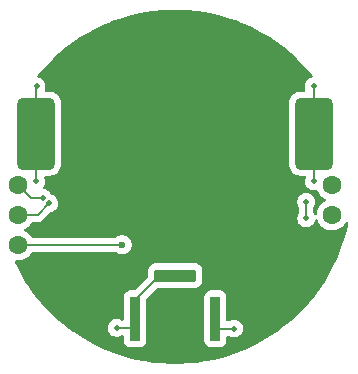
<source format=gbr>
%TF.GenerationSoftware,KiCad,Pcbnew,9.0.2*%
%TF.CreationDate,2025-07-12T02:23:40+02:00*%
%TF.ProjectId,Clock1.2,436c6f63-6b31-42e3-922e-6b696361645f,rev?*%
%TF.SameCoordinates,Original*%
%TF.FileFunction,Copper,L2,Bot*%
%TF.FilePolarity,Positive*%
%FSLAX46Y46*%
G04 Gerber Fmt 4.6, Leading zero omitted, Abs format (unit mm)*
G04 Created by KiCad (PCBNEW 9.0.2) date 2025-07-12 02:23:40*
%MOMM*%
%LPD*%
G01*
G04 APERTURE LIST*
G04 Aperture macros list*
%AMRoundRect*
0 Rectangle with rounded corners*
0 $1 Rounding radius*
0 $2 $3 $4 $5 $6 $7 $8 $9 X,Y pos of 4 corners*
0 Add a 4 corners polygon primitive as box body*
4,1,4,$2,$3,$4,$5,$6,$7,$8,$9,$2,$3,0*
0 Add four circle primitives for the rounded corners*
1,1,$1+$1,$2,$3*
1,1,$1+$1,$4,$5*
1,1,$1+$1,$6,$7*
1,1,$1+$1,$8,$9*
0 Add four rect primitives between the rounded corners*
20,1,$1+$1,$2,$3,$4,$5,0*
20,1,$1+$1,$4,$5,$6,$7,0*
20,1,$1+$1,$6,$7,$8,$9,0*
20,1,$1+$1,$8,$9,$2,$3,0*%
G04 Aperture macros list end*
%TA.AperFunction,ComponentPad*%
%ADD10C,1.600000*%
%TD*%
%TA.AperFunction,SMDPad,CuDef*%
%ADD11C,4.500000*%
%TD*%
%TA.AperFunction,SMDPad,CuDef*%
%ADD12RoundRect,0.135000X0.315000X1.765000X-0.315000X1.765000X-0.315000X-1.765000X0.315000X-1.765000X0*%
%TD*%
%TA.AperFunction,SMDPad,CuDef*%
%ADD13RoundRect,0.165000X1.635000X0.385000X-1.635000X0.385000X-1.635000X-0.385000X1.635000X-0.385000X0*%
%TD*%
%TA.AperFunction,SMDPad,CuDef*%
%ADD14C,2.400000*%
%TD*%
%TA.AperFunction,ComponentPad*%
%ADD15C,1.400000*%
%TD*%
%TA.AperFunction,SMDPad,CuDef*%
%ADD16RoundRect,0.480000X-1.120000X-2.570000X1.120000X-2.570000X1.120000X2.570000X-1.120000X2.570000X0*%
%TD*%
%TA.AperFunction,SMDPad,CuDef*%
%ADD17C,15.000000*%
%TD*%
%TA.AperFunction,ViaPad*%
%ADD18C,0.500000*%
%TD*%
%TA.AperFunction,ViaPad*%
%ADD19C,0.600000*%
%TD*%
%TA.AperFunction,Conductor*%
%ADD20C,0.200000*%
%TD*%
G04 APERTURE END LIST*
D10*
%TO.P,S3,1,In*%
%TO.N,Net-(S3-In)*%
X86700000Y-104930000D03*
%TD*%
D11*
%TO.P,GS4,1,In*%
%TO.N,GND*%
X90975000Y-108100000D03*
%TD*%
D10*
%TO.P,GND,1,1*%
%TO.N,GND*%
X113300000Y-104930000D03*
%TD*%
%TO.P,UPDI,1,1*%
%TO.N,Net-(U1-~{RESET}{slash}PA0)*%
X113300000Y-99850000D03*
%TD*%
D12*
%TO.P,BackupBT1,1,+*%
%TO.N,Net-(BackupBT1-+)*%
X103400000Y-111175000D03*
D13*
X100000000Y-107525000D03*
D12*
X96600000Y-111175000D03*
D14*
%TO.P,BackupBT1,2,-*%
%TO.N,GND*%
X100000000Y-111175000D03*
%TD*%
D11*
%TO.P,GS3,1,In*%
%TO.N,GND*%
X109025000Y-108100000D03*
%TD*%
D10*
%TO.P,S1,1,In*%
%TO.N,Net-(S1-In)*%
X86700000Y-99850000D03*
%TD*%
D15*
%TO.P,GS2,1,In*%
%TO.N,GND*%
X106875000Y-111650000D03*
%TD*%
%TO.P,GS1,1,In*%
%TO.N,GND*%
X93125000Y-111650000D03*
%TD*%
D10*
%TO.P,VCC,1,1*%
%TO.N,VCC*%
X113300000Y-102390000D03*
%TD*%
%TO.P,S2,1,In*%
%TO.N,Net-(S2-In)*%
X86700000Y-102390000D03*
%TD*%
D16*
%TO.P,BT1,1,+*%
%TO.N,VCC*%
X88250000Y-95500000D03*
X111750000Y-95500000D03*
D17*
%TO.P,BT1,2,-*%
%TO.N,GND*%
X100000000Y-95500000D03*
%TD*%
D18*
%TO.N,VCC*%
X111725000Y-91475000D03*
X88250000Y-99550000D03*
X111750000Y-99550000D03*
X88275000Y-91475000D03*
%TO.N,GND*%
X100000000Y-100000000D03*
X104750000Y-88500000D03*
X107650000Y-100100000D03*
X106875000Y-109750000D03*
X109650000Y-100100000D03*
X107650000Y-98650000D03*
X93125000Y-109750000D03*
X100000000Y-112925000D03*
X95250000Y-88500000D03*
X107650000Y-101350000D03*
X92800000Y-99050000D03*
X100000000Y-88000000D03*
%TO.N,Net-(BackupBT1-+)*%
X95050000Y-111950000D03*
X111100000Y-101275000D03*
X105000000Y-112000000D03*
X111100000Y-102675000D03*
%TO.N,Net-(S1-In)*%
X88800000Y-100950000D03*
%TO.N,Net-(S2-In)*%
X89350000Y-101400000D03*
D19*
%TO.N,Net-(S3-In)*%
X95525000Y-104900000D03*
%TD*%
D20*
%TO.N,VCC*%
X111725000Y-95475000D02*
X111750000Y-95500000D01*
X88250000Y-95500000D02*
X88250000Y-91500000D01*
X111725000Y-91450000D02*
X111750000Y-91475000D01*
X111750000Y-99550000D02*
X111750000Y-95500000D01*
X88250000Y-91500000D02*
X88275000Y-91475000D01*
X88250000Y-99550000D02*
X88250000Y-95500000D01*
X111725000Y-91475000D02*
X111725000Y-95475000D01*
%TO.N,GND*%
X109375000Y-101350000D02*
X107650000Y-101350000D01*
X107650000Y-100100000D02*
X107650000Y-101350000D01*
X109650000Y-101075000D02*
X109375000Y-101350000D01*
X109650000Y-100100000D02*
X109650000Y-101075000D01*
%TO.N,Net-(BackupBT1-+)*%
X105000000Y-112000000D02*
X103300000Y-112000000D01*
X96600000Y-111950000D02*
X96700000Y-112050000D01*
X95050000Y-111950000D02*
X96750000Y-111950000D01*
X103400000Y-111900000D02*
X103300000Y-112000000D01*
X98675000Y-107525000D02*
X100000000Y-107525000D01*
X100000000Y-107525000D02*
X100000000Y-107775000D01*
X100000000Y-107525000D02*
X101500000Y-107525000D01*
X103400000Y-111175000D02*
X103400000Y-111900000D01*
X111100000Y-101275000D02*
X111100000Y-102675000D01*
X96600000Y-111175000D02*
X96600000Y-109600000D01*
X96600000Y-109600000D02*
X98675000Y-107525000D01*
X103400000Y-109425000D02*
X103400000Y-111175000D01*
X96600000Y-111175000D02*
X96600000Y-111950000D01*
%TO.N,Net-(S1-In)*%
X87800000Y-100950000D02*
X86700000Y-99850000D01*
X88800000Y-100950000D02*
X87800000Y-100950000D01*
%TO.N,Net-(S2-In)*%
X89350000Y-101400000D02*
X88360000Y-102390000D01*
X88360000Y-102390000D02*
X86700000Y-102390000D01*
%TO.N,Net-(S3-In)*%
X86730000Y-104900000D02*
X86700000Y-104930000D01*
X95525000Y-104900000D02*
X86730000Y-104900000D01*
%TD*%
%TA.AperFunction,Conductor*%
%TO.N,GND*%
G36*
X100371138Y-85005166D02*
G01*
X101100430Y-85040994D01*
X101106432Y-85041437D01*
X101833082Y-85113005D01*
X101839094Y-85113747D01*
X102543288Y-85218204D01*
X102561343Y-85220883D01*
X102567341Y-85221924D01*
X103283428Y-85364363D01*
X103289332Y-85365688D01*
X103997604Y-85543101D01*
X104003467Y-85544723D01*
X104702179Y-85756675D01*
X104707943Y-85758580D01*
X105395376Y-86004548D01*
X105401039Y-86006732D01*
X106075609Y-86286148D01*
X106081152Y-86288604D01*
X106481272Y-86477847D01*
X106741205Y-86600786D01*
X106746641Y-86603523D01*
X107390538Y-86947693D01*
X107395828Y-86950689D01*
X108022108Y-87326067D01*
X108027202Y-87329293D01*
X108634297Y-87734941D01*
X108639273Y-87738445D01*
X109225728Y-88173390D01*
X109230526Y-88177135D01*
X109794914Y-88640316D01*
X109799522Y-88644291D01*
X110340509Y-89134613D01*
X110344917Y-89138810D01*
X110861189Y-89655082D01*
X110865386Y-89659490D01*
X111355708Y-90200477D01*
X111359683Y-90205085D01*
X111635784Y-90541515D01*
X111663097Y-90605825D01*
X111651306Y-90674693D01*
X111604154Y-90726253D01*
X111564123Y-90741797D01*
X111506092Y-90753340D01*
X111506082Y-90753343D01*
X111369511Y-90809912D01*
X111369498Y-90809919D01*
X111246584Y-90892048D01*
X111246580Y-90892051D01*
X111142051Y-90996580D01*
X111142048Y-90996584D01*
X111059919Y-91119498D01*
X111059912Y-91119511D01*
X111003343Y-91256082D01*
X111003340Y-91256092D01*
X110974500Y-91401079D01*
X110974500Y-91401082D01*
X110974500Y-91548918D01*
X110974500Y-91548920D01*
X110974499Y-91548920D01*
X111003340Y-91693907D01*
X111003343Y-91693917D01*
X111038191Y-91778048D01*
X111045660Y-91847517D01*
X111014384Y-91909996D01*
X110954295Y-91945648D01*
X110923630Y-91949500D01*
X110573127Y-91949500D01*
X110573119Y-91949501D01*
X110456131Y-91959900D01*
X110264410Y-92014759D01*
X110264408Y-92014759D01*
X110264408Y-92014760D01*
X110087655Y-92107088D01*
X110087653Y-92107089D01*
X110087652Y-92107090D01*
X109933105Y-92233105D01*
X109807090Y-92387652D01*
X109714759Y-92564410D01*
X109659900Y-92756131D01*
X109649500Y-92873120D01*
X109649500Y-98126872D01*
X109649501Y-98126880D01*
X109659900Y-98243868D01*
X109659900Y-98243871D01*
X109659901Y-98243872D01*
X109714760Y-98435592D01*
X109807088Y-98612345D01*
X109807090Y-98612347D01*
X109933105Y-98766894D01*
X110025140Y-98841938D01*
X110087655Y-98892912D01*
X110264408Y-98985240D01*
X110456128Y-99040099D01*
X110573119Y-99050500D01*
X110958986Y-99050499D01*
X111026024Y-99070183D01*
X111071779Y-99122987D01*
X111081723Y-99192146D01*
X111073547Y-99221951D01*
X111053614Y-99270073D01*
X111028342Y-99331087D01*
X111028341Y-99331090D01*
X111028341Y-99331091D01*
X111028340Y-99331092D01*
X110999500Y-99476079D01*
X110999500Y-99476082D01*
X110999500Y-99623918D01*
X110999500Y-99623920D01*
X110999499Y-99623920D01*
X111028340Y-99768907D01*
X111028343Y-99768917D01*
X111084912Y-99905488D01*
X111084919Y-99905501D01*
X111167048Y-100028415D01*
X111167051Y-100028419D01*
X111271580Y-100132948D01*
X111271584Y-100132951D01*
X111394498Y-100215080D01*
X111394511Y-100215087D01*
X111531082Y-100271656D01*
X111531087Y-100271658D01*
X111531091Y-100271658D01*
X111531092Y-100271659D01*
X111676079Y-100300500D01*
X111676082Y-100300500D01*
X111823920Y-100300500D01*
X111955708Y-100274285D01*
X112025300Y-100280512D01*
X112080477Y-100323375D01*
X112092491Y-100344917D01*
X112092568Y-100344878D01*
X112093613Y-100346930D01*
X112094464Y-100348455D01*
X112094782Y-100349224D01*
X112144723Y-100447238D01*
X112184090Y-100524500D01*
X112187715Y-100531613D01*
X112308028Y-100697213D01*
X112452786Y-100841971D01*
X112607749Y-100954556D01*
X112618390Y-100962287D01*
X112709840Y-101008883D01*
X112711080Y-101009515D01*
X112761876Y-101057490D01*
X112778671Y-101125311D01*
X112756134Y-101191446D01*
X112711080Y-101230485D01*
X112618386Y-101277715D01*
X112452786Y-101398028D01*
X112308028Y-101542786D01*
X112187715Y-101708386D01*
X112094781Y-101890776D01*
X112031522Y-102085465D01*
X111999788Y-102285826D01*
X111969858Y-102348961D01*
X111910547Y-102385892D01*
X111840684Y-102384894D01*
X111782452Y-102346284D01*
X111773370Y-102334040D01*
X111767132Y-102324450D01*
X111765084Y-102319505D01*
X111720992Y-102253515D01*
X111720555Y-102252844D01*
X111710741Y-102220090D01*
X111700520Y-102187444D01*
X111700506Y-102185928D01*
X111700502Y-102185914D01*
X111700506Y-102185899D01*
X111700500Y-102185232D01*
X111700500Y-101764767D01*
X111720185Y-101697728D01*
X111721398Y-101695876D01*
X111765080Y-101630501D01*
X111765080Y-101630500D01*
X111765084Y-101630495D01*
X111821658Y-101493913D01*
X111850500Y-101348918D01*
X111850500Y-101201082D01*
X111850500Y-101201079D01*
X111821659Y-101056092D01*
X111821658Y-101056091D01*
X111821658Y-101056087D01*
X111816858Y-101044498D01*
X111765087Y-100919511D01*
X111765080Y-100919498D01*
X111682951Y-100796584D01*
X111682948Y-100796580D01*
X111578419Y-100692051D01*
X111578415Y-100692048D01*
X111455501Y-100609919D01*
X111455488Y-100609912D01*
X111318917Y-100553343D01*
X111318907Y-100553340D01*
X111173920Y-100524500D01*
X111173918Y-100524500D01*
X111026082Y-100524500D01*
X111026080Y-100524500D01*
X110881092Y-100553340D01*
X110881082Y-100553343D01*
X110744511Y-100609912D01*
X110744498Y-100609919D01*
X110621584Y-100692048D01*
X110621580Y-100692051D01*
X110517051Y-100796580D01*
X110517048Y-100796584D01*
X110434919Y-100919498D01*
X110434912Y-100919511D01*
X110378343Y-101056082D01*
X110378340Y-101056092D01*
X110349500Y-101201079D01*
X110349500Y-101201082D01*
X110349500Y-101348918D01*
X110349500Y-101348920D01*
X110349499Y-101348920D01*
X110378340Y-101493907D01*
X110378343Y-101493917D01*
X110434912Y-101630488D01*
X110434919Y-101630501D01*
X110478602Y-101695876D01*
X110499480Y-101762553D01*
X110499500Y-101764767D01*
X110499500Y-102185232D01*
X110479815Y-102252271D01*
X110478603Y-102254122D01*
X110434914Y-102319508D01*
X110378343Y-102456082D01*
X110378340Y-102456092D01*
X110349500Y-102601079D01*
X110349500Y-102601082D01*
X110349500Y-102748918D01*
X110349500Y-102748920D01*
X110349499Y-102748920D01*
X110378340Y-102893907D01*
X110378343Y-102893917D01*
X110434912Y-103030488D01*
X110434919Y-103030501D01*
X110517048Y-103153415D01*
X110517051Y-103153419D01*
X110621580Y-103257948D01*
X110621584Y-103257951D01*
X110744498Y-103340080D01*
X110744511Y-103340087D01*
X110845617Y-103381966D01*
X110881087Y-103396658D01*
X110881091Y-103396658D01*
X110881092Y-103396659D01*
X111026079Y-103425500D01*
X111026082Y-103425500D01*
X111173920Y-103425500D01*
X111271462Y-103406096D01*
X111318913Y-103396658D01*
X111455495Y-103340084D01*
X111578416Y-103257951D01*
X111682951Y-103153416D01*
X111765084Y-103030495D01*
X111766707Y-103026578D01*
X111783887Y-102985100D01*
X111821658Y-102893913D01*
X111833243Y-102835668D01*
X111865627Y-102773761D01*
X111926343Y-102739187D01*
X111996112Y-102742926D01*
X112052785Y-102783792D01*
X112072791Y-102821544D01*
X112094781Y-102889223D01*
X112136653Y-102971400D01*
X112182269Y-103060926D01*
X112187715Y-103071613D01*
X112308028Y-103237213D01*
X112452786Y-103381971D01*
X112607749Y-103494556D01*
X112618390Y-103502287D01*
X112711080Y-103549515D01*
X112800776Y-103595218D01*
X112800778Y-103595218D01*
X112800781Y-103595220D01*
X112905137Y-103629127D01*
X112995465Y-103658477D01*
X113014697Y-103661523D01*
X113197648Y-103690500D01*
X113197649Y-103690500D01*
X113402351Y-103690500D01*
X113402352Y-103690500D01*
X113604534Y-103658477D01*
X113799219Y-103595220D01*
X113981610Y-103502287D01*
X114126996Y-103396659D01*
X114147213Y-103381971D01*
X114147215Y-103381968D01*
X114147219Y-103381966D01*
X114291966Y-103237219D01*
X114291968Y-103237215D01*
X114291971Y-103237213D01*
X114412284Y-103071614D01*
X114412286Y-103071611D01*
X114412287Y-103071610D01*
X114440783Y-103015682D01*
X114453472Y-103002247D01*
X114462036Y-102985876D01*
X114476960Y-102977376D01*
X114488757Y-102964887D01*
X114506694Y-102960445D01*
X114522752Y-102951301D01*
X114539906Y-102952220D01*
X114556578Y-102948092D01*
X114574066Y-102954051D01*
X114592521Y-102955041D01*
X114606454Y-102965088D01*
X114622713Y-102970629D01*
X114634205Y-102985100D01*
X114649193Y-102995908D01*
X114655481Y-103011891D01*
X114666165Y-103025344D01*
X114668009Y-103043732D01*
X114674774Y-103060926D01*
X114673018Y-103093675D01*
X114673138Y-103094865D01*
X114672885Y-103096169D01*
X114635640Y-103283410D01*
X114634307Y-103289349D01*
X114456898Y-103997604D01*
X114455275Y-104003469D01*
X114243326Y-104702172D01*
X114241416Y-104707951D01*
X113995454Y-105395368D01*
X113993264Y-105401047D01*
X113713856Y-106075598D01*
X113711390Y-106081162D01*
X113399213Y-106741205D01*
X113396476Y-106746641D01*
X113052306Y-107390538D01*
X113049306Y-107395834D01*
X112673947Y-108022084D01*
X112670691Y-108027226D01*
X112265058Y-108634297D01*
X112261554Y-108639273D01*
X111826609Y-109225728D01*
X111822864Y-109230526D01*
X111359683Y-109794914D01*
X111355708Y-109799522D01*
X110865386Y-110340509D01*
X110861189Y-110344917D01*
X110344917Y-110861189D01*
X110340509Y-110865386D01*
X109799522Y-111355708D01*
X109794914Y-111359683D01*
X109230526Y-111822864D01*
X109225728Y-111826609D01*
X108639273Y-112261554D01*
X108634297Y-112265058D01*
X108027226Y-112670691D01*
X108022084Y-112673947D01*
X107395834Y-113049306D01*
X107390538Y-113052306D01*
X106746641Y-113396476D01*
X106741205Y-113399213D01*
X106081162Y-113711390D01*
X106075598Y-113713856D01*
X105401047Y-113993264D01*
X105395368Y-113995454D01*
X104707951Y-114241416D01*
X104702172Y-114243326D01*
X104003469Y-114455275D01*
X103997604Y-114456898D01*
X103289349Y-114634307D01*
X103283410Y-114635640D01*
X102567339Y-114778075D01*
X102561343Y-114779116D01*
X101839108Y-114886250D01*
X101833067Y-114886995D01*
X101106466Y-114958559D01*
X101100396Y-114959007D01*
X100371139Y-114994833D01*
X100365055Y-114994982D01*
X99634945Y-114994982D01*
X99628861Y-114994833D01*
X98899603Y-114959007D01*
X98893533Y-114958559D01*
X98166932Y-114886995D01*
X98160891Y-114886250D01*
X97438656Y-114779116D01*
X97432660Y-114778075D01*
X96716589Y-114635640D01*
X96710650Y-114634307D01*
X96002395Y-114456898D01*
X95996530Y-114455275D01*
X95297827Y-114243326D01*
X95292048Y-114241416D01*
X94604631Y-113995454D01*
X94598952Y-113993264D01*
X93924401Y-113713856D01*
X93918837Y-113711390D01*
X93258794Y-113399213D01*
X93253358Y-113396476D01*
X92609461Y-113052306D01*
X92604165Y-113049306D01*
X92387650Y-112919532D01*
X91977902Y-112673938D01*
X91972787Y-112670699D01*
X91426220Y-112305495D01*
X91365702Y-112265058D01*
X91360726Y-112261554D01*
X91040314Y-112023920D01*
X94299499Y-112023920D01*
X94328340Y-112168907D01*
X94328343Y-112168917D01*
X94384912Y-112305488D01*
X94384919Y-112305501D01*
X94467048Y-112428415D01*
X94467051Y-112428419D01*
X94571580Y-112532948D01*
X94571584Y-112532951D01*
X94694498Y-112615080D01*
X94694511Y-112615087D01*
X94796812Y-112657461D01*
X94831087Y-112671658D01*
X94831091Y-112671658D01*
X94831092Y-112671659D01*
X94976079Y-112700500D01*
X94976082Y-112700500D01*
X95123920Y-112700500D01*
X95221462Y-112681096D01*
X95268913Y-112671658D01*
X95405495Y-112615084D01*
X95456611Y-112580929D01*
X95523287Y-112560052D01*
X95590667Y-112578536D01*
X95637357Y-112630514D01*
X95649501Y-112684032D01*
X95649501Y-113004193D01*
X95652335Y-113040204D01*
X95697129Y-113194388D01*
X95697131Y-113194393D01*
X95778863Y-113332595D01*
X95778869Y-113332603D01*
X95892396Y-113446130D01*
X95892400Y-113446133D01*
X95892402Y-113446135D01*
X96030607Y-113527869D01*
X96071268Y-113539682D01*
X96184791Y-113572664D01*
X96184794Y-113572664D01*
X96184796Y-113572665D01*
X96220819Y-113575500D01*
X96979180Y-113575499D01*
X97015204Y-113572665D01*
X97169393Y-113527869D01*
X97307598Y-113446135D01*
X97421135Y-113332598D01*
X97502869Y-113194393D01*
X97547665Y-113040204D01*
X97550500Y-113004181D01*
X97550499Y-109550096D01*
X97570184Y-109483058D01*
X97586818Y-109462416D01*
X97703423Y-109345811D01*
X102449500Y-109345811D01*
X102449500Y-113004168D01*
X102449501Y-113004193D01*
X102452335Y-113040204D01*
X102497129Y-113194388D01*
X102497131Y-113194393D01*
X102578863Y-113332595D01*
X102578869Y-113332603D01*
X102692396Y-113446130D01*
X102692400Y-113446133D01*
X102692402Y-113446135D01*
X102830607Y-113527869D01*
X102871268Y-113539682D01*
X102984791Y-113572664D01*
X102984794Y-113572664D01*
X102984796Y-113572665D01*
X103020819Y-113575500D01*
X103779180Y-113575499D01*
X103815204Y-113572665D01*
X103969393Y-113527869D01*
X104107598Y-113446135D01*
X104221135Y-113332598D01*
X104302869Y-113194393D01*
X104347665Y-113040204D01*
X104350500Y-113004181D01*
X104350500Y-112724500D01*
X104353050Y-112715814D01*
X104351762Y-112706853D01*
X104362740Y-112682812D01*
X104370185Y-112657461D01*
X104377025Y-112651533D01*
X104380787Y-112643297D01*
X104403021Y-112629007D01*
X104422989Y-112611706D01*
X104433503Y-112609418D01*
X104439565Y-112605523D01*
X104474500Y-112600500D01*
X104510233Y-112600500D01*
X104577272Y-112620185D01*
X104579124Y-112621398D01*
X104644498Y-112665080D01*
X104644511Y-112665087D01*
X104745344Y-112706853D01*
X104781087Y-112721658D01*
X104781091Y-112721658D01*
X104781092Y-112721659D01*
X104926079Y-112750500D01*
X104926082Y-112750500D01*
X105073920Y-112750500D01*
X105171462Y-112731096D01*
X105218913Y-112721658D01*
X105334098Y-112673947D01*
X105355488Y-112665087D01*
X105355488Y-112665086D01*
X105355495Y-112665084D01*
X105478416Y-112582951D01*
X105582951Y-112478416D01*
X105665084Y-112355495D01*
X105721658Y-112218913D01*
X105750500Y-112073918D01*
X105750500Y-111926082D01*
X105750500Y-111926079D01*
X105721659Y-111781092D01*
X105721658Y-111781091D01*
X105721658Y-111781087D01*
X105721656Y-111781082D01*
X105665087Y-111644511D01*
X105665080Y-111644498D01*
X105582951Y-111521584D01*
X105582948Y-111521580D01*
X105478419Y-111417051D01*
X105478415Y-111417048D01*
X105355501Y-111334919D01*
X105355488Y-111334912D01*
X105218917Y-111278343D01*
X105218907Y-111278340D01*
X105073920Y-111249500D01*
X105073918Y-111249500D01*
X104926082Y-111249500D01*
X104926080Y-111249500D01*
X104781092Y-111278340D01*
X104781082Y-111278343D01*
X104644511Y-111334912D01*
X104644498Y-111334919D01*
X104579124Y-111378602D01*
X104561077Y-111384252D01*
X104545168Y-111394477D01*
X104514208Y-111398928D01*
X104512447Y-111399480D01*
X104510233Y-111399500D01*
X104474500Y-111399500D01*
X104407461Y-111379815D01*
X104361706Y-111327011D01*
X104350500Y-111275500D01*
X104350499Y-109345831D01*
X104350498Y-109345806D01*
X104350217Y-109342236D01*
X104347665Y-109309796D01*
X104302869Y-109155607D01*
X104221135Y-109017402D01*
X104221133Y-109017400D01*
X104221130Y-109017396D01*
X104107603Y-108903869D01*
X104107595Y-108903863D01*
X103969393Y-108822131D01*
X103969388Y-108822129D01*
X103815208Y-108777335D01*
X103815202Y-108777334D01*
X103779181Y-108774500D01*
X103020831Y-108774500D01*
X103020806Y-108774501D01*
X102984795Y-108777335D01*
X102830611Y-108822129D01*
X102830606Y-108822131D01*
X102692404Y-108903863D01*
X102692396Y-108903869D01*
X102578869Y-109017396D01*
X102578863Y-109017404D01*
X102497131Y-109155606D01*
X102497129Y-109155611D01*
X102452335Y-109309791D01*
X102452334Y-109309797D01*
X102449500Y-109345811D01*
X97703423Y-109345811D01*
X97793531Y-109255703D01*
X98031831Y-109017404D01*
X98437416Y-108611819D01*
X98498739Y-108578334D01*
X98525097Y-108575500D01*
X101688787Y-108575500D01*
X101688790Y-108575500D01*
X101755841Y-108569407D01*
X101910136Y-108521327D01*
X102048441Y-108437718D01*
X102162718Y-108323441D01*
X102246327Y-108185136D01*
X102294407Y-108030841D01*
X102300500Y-107963790D01*
X102300500Y-107086210D01*
X102294407Y-107019159D01*
X102246327Y-106864864D01*
X102162718Y-106726559D01*
X102162716Y-106726557D01*
X102162715Y-106726555D01*
X102048444Y-106612284D01*
X101910136Y-106528673D01*
X101773247Y-106486017D01*
X101755841Y-106480593D01*
X101755839Y-106480592D01*
X101755837Y-106480592D01*
X101708892Y-106476326D01*
X101688790Y-106474500D01*
X98311210Y-106474500D01*
X98292934Y-106476160D01*
X98244162Y-106480592D01*
X98089863Y-106528673D01*
X97951555Y-106612284D01*
X97837284Y-106726555D01*
X97753673Y-106864863D01*
X97705592Y-107019162D01*
X97699500Y-107086212D01*
X97699500Y-107599902D01*
X97679815Y-107666941D01*
X97663181Y-107687583D01*
X96612582Y-108738181D01*
X96551259Y-108771666D01*
X96524901Y-108774500D01*
X96220830Y-108774500D01*
X96220808Y-108774501D01*
X96184794Y-108777335D01*
X96030611Y-108822129D01*
X96030606Y-108822131D01*
X95892404Y-108903863D01*
X95892396Y-108903869D01*
X95778869Y-109017396D01*
X95778863Y-109017404D01*
X95697131Y-109155606D01*
X95697129Y-109155611D01*
X95652335Y-109309791D01*
X95652334Y-109309797D01*
X95649500Y-109345811D01*
X95649500Y-111215967D01*
X95629815Y-111283006D01*
X95577011Y-111328761D01*
X95507853Y-111338705D01*
X95456609Y-111319069D01*
X95405501Y-111284919D01*
X95405488Y-111284912D01*
X95268917Y-111228343D01*
X95268907Y-111228340D01*
X95123920Y-111199500D01*
X95123918Y-111199500D01*
X94976082Y-111199500D01*
X94976080Y-111199500D01*
X94831092Y-111228340D01*
X94831082Y-111228343D01*
X94694511Y-111284912D01*
X94694498Y-111284919D01*
X94571584Y-111367048D01*
X94571580Y-111367051D01*
X94467051Y-111471580D01*
X94467048Y-111471584D01*
X94384919Y-111594498D01*
X94384912Y-111594511D01*
X94328343Y-111731082D01*
X94328340Y-111731092D01*
X94299500Y-111876079D01*
X94299500Y-111876082D01*
X94299500Y-112023918D01*
X94299500Y-112023920D01*
X94299499Y-112023920D01*
X91040314Y-112023920D01*
X90967056Y-111969588D01*
X90774271Y-111826609D01*
X90769473Y-111822864D01*
X90205085Y-111359683D01*
X90200477Y-111355708D01*
X89659490Y-110865386D01*
X89655082Y-110861189D01*
X89138810Y-110344917D01*
X89134613Y-110340509D01*
X88644291Y-109799522D01*
X88640316Y-109794914D01*
X88177135Y-109230526D01*
X88173390Y-109225728D01*
X87738445Y-108639273D01*
X87734941Y-108634297D01*
X87603589Y-108437715D01*
X87329293Y-108027202D01*
X87326067Y-108022108D01*
X86950689Y-107395828D01*
X86947693Y-107390538D01*
X86785027Y-107086212D01*
X86603522Y-106746639D01*
X86600786Y-106741205D01*
X86480091Y-106486017D01*
X86440303Y-106401892D01*
X86429436Y-106332876D01*
X86457607Y-106268937D01*
X86515874Y-106230379D01*
X86571795Y-106226405D01*
X86597648Y-106230500D01*
X86597651Y-106230500D01*
X86802351Y-106230500D01*
X86802352Y-106230500D01*
X87004534Y-106198477D01*
X87199219Y-106135220D01*
X87381610Y-106042287D01*
X87474590Y-105974732D01*
X87547213Y-105921971D01*
X87547215Y-105921968D01*
X87547219Y-105921966D01*
X87691966Y-105777219D01*
X87812287Y-105611610D01*
X87834402Y-105568205D01*
X87882376Y-105517409D01*
X87944887Y-105500500D01*
X94945234Y-105500500D01*
X95012273Y-105520185D01*
X95014125Y-105521398D01*
X95145814Y-105609390D01*
X95145827Y-105609397D01*
X95291498Y-105669735D01*
X95291503Y-105669737D01*
X95446153Y-105700499D01*
X95446156Y-105700500D01*
X95446158Y-105700500D01*
X95603844Y-105700500D01*
X95603845Y-105700499D01*
X95758497Y-105669737D01*
X95904179Y-105609394D01*
X96035289Y-105521789D01*
X96146789Y-105410289D01*
X96234394Y-105279179D01*
X96294737Y-105133497D01*
X96325500Y-104978842D01*
X96325500Y-104821158D01*
X96325500Y-104821155D01*
X96325499Y-104821153D01*
X96294737Y-104666503D01*
X96294735Y-104666498D01*
X96234397Y-104520827D01*
X96234390Y-104520814D01*
X96146789Y-104389711D01*
X96146786Y-104389707D01*
X96035292Y-104278213D01*
X96035288Y-104278210D01*
X95904185Y-104190609D01*
X95904172Y-104190602D01*
X95758501Y-104130264D01*
X95758489Y-104130261D01*
X95603845Y-104099500D01*
X95603842Y-104099500D01*
X95446158Y-104099500D01*
X95446155Y-104099500D01*
X95291510Y-104130261D01*
X95291498Y-104130264D01*
X95145827Y-104190602D01*
X95145814Y-104190609D01*
X95014125Y-104278602D01*
X94947447Y-104299480D01*
X94945234Y-104299500D01*
X87912602Y-104299500D01*
X87845563Y-104279815D01*
X87812284Y-104248385D01*
X87691971Y-104082786D01*
X87547213Y-103938028D01*
X87381614Y-103817715D01*
X87375006Y-103814348D01*
X87288917Y-103770483D01*
X87238123Y-103722511D01*
X87221328Y-103654690D01*
X87243865Y-103588555D01*
X87288917Y-103549516D01*
X87381610Y-103502287D01*
X87402770Y-103486913D01*
X87547213Y-103381971D01*
X87547215Y-103381968D01*
X87547219Y-103381966D01*
X87691966Y-103237219D01*
X87691968Y-103237215D01*
X87691971Y-103237213D01*
X87812284Y-103071614D01*
X87812286Y-103071611D01*
X87812287Y-103071610D01*
X87819117Y-103058204D01*
X87867091Y-103007409D01*
X87929602Y-102990500D01*
X88273331Y-102990500D01*
X88273347Y-102990501D01*
X88280943Y-102990501D01*
X88439054Y-102990501D01*
X88439057Y-102990501D01*
X88591785Y-102949577D01*
X88665904Y-102906784D01*
X88728716Y-102870520D01*
X88840520Y-102758716D01*
X88840520Y-102758714D01*
X88850724Y-102748511D01*
X88850728Y-102748506D01*
X89428301Y-102170932D01*
X89489622Y-102137449D01*
X89491644Y-102137027D01*
X89568913Y-102121658D01*
X89705495Y-102065084D01*
X89828416Y-101982951D01*
X89932951Y-101878416D01*
X90015084Y-101755495D01*
X90071658Y-101618913D01*
X90100500Y-101473918D01*
X90100500Y-101326082D01*
X90100500Y-101326079D01*
X90071659Y-101181092D01*
X90071658Y-101181091D01*
X90071658Y-101181087D01*
X90040749Y-101106466D01*
X90015087Y-101044511D01*
X90015080Y-101044498D01*
X89932951Y-100921584D01*
X89932948Y-100921580D01*
X89828419Y-100817051D01*
X89828415Y-100817048D01*
X89705501Y-100734919D01*
X89705488Y-100734912D01*
X89568917Y-100678343D01*
X89568908Y-100678340D01*
X89558609Y-100676292D01*
X89496698Y-100643906D01*
X89468240Y-100602125D01*
X89465084Y-100594505D01*
X89437580Y-100553343D01*
X89382954Y-100471588D01*
X89382948Y-100471580D01*
X89278419Y-100367051D01*
X89278415Y-100367048D01*
X89155501Y-100284919D01*
X89155488Y-100284912D01*
X89018917Y-100228343D01*
X89018907Y-100228340D01*
X88918866Y-100208440D01*
X88856955Y-100176054D01*
X88822381Y-100115338D01*
X88826122Y-100045569D01*
X88839956Y-100017932D01*
X88915080Y-99905501D01*
X88915080Y-99905500D01*
X88915084Y-99905495D01*
X88971658Y-99768913D01*
X88998307Y-99634945D01*
X89000500Y-99623920D01*
X89000500Y-99476079D01*
X88971659Y-99331092D01*
X88971658Y-99331091D01*
X88971658Y-99331087D01*
X88971656Y-99331082D01*
X88926453Y-99221951D01*
X88918984Y-99152482D01*
X88950259Y-99090003D01*
X89010348Y-99054351D01*
X89041014Y-99050499D01*
X89426872Y-99050499D01*
X89426880Y-99050499D01*
X89543872Y-99040099D01*
X89735592Y-98985240D01*
X89912345Y-98892912D01*
X90066894Y-98766894D01*
X90192912Y-98612345D01*
X90285240Y-98435592D01*
X90340099Y-98243872D01*
X90350500Y-98126881D01*
X90350499Y-92873120D01*
X90340099Y-92756128D01*
X90285240Y-92564408D01*
X90192912Y-92387655D01*
X90141938Y-92325140D01*
X90066894Y-92233105D01*
X89912347Y-92107090D01*
X89912348Y-92107090D01*
X89912345Y-92107088D01*
X89735592Y-92014760D01*
X89543872Y-91959901D01*
X89543871Y-91959900D01*
X89543868Y-91959900D01*
X89452179Y-91951749D01*
X89426881Y-91949500D01*
X89426879Y-91949500D01*
X89076370Y-91949500D01*
X89009331Y-91929815D01*
X88963576Y-91877011D01*
X88953632Y-91807853D01*
X88961809Y-91778048D01*
X88996656Y-91693917D01*
X88996658Y-91693913D01*
X89025500Y-91548918D01*
X89025500Y-91401082D01*
X89025500Y-91401079D01*
X88996659Y-91256092D01*
X88996658Y-91256091D01*
X88996658Y-91256087D01*
X88996656Y-91256082D01*
X88940087Y-91119511D01*
X88940080Y-91119498D01*
X88857951Y-90996584D01*
X88857948Y-90996580D01*
X88753419Y-90892051D01*
X88753415Y-90892048D01*
X88630501Y-90809919D01*
X88630488Y-90809912D01*
X88493917Y-90753343D01*
X88493907Y-90753340D01*
X88435876Y-90741797D01*
X88373965Y-90709412D01*
X88339391Y-90648696D01*
X88343132Y-90578926D01*
X88364213Y-90541518D01*
X88640328Y-90205071D01*
X88644278Y-90200491D01*
X89134633Y-89659468D01*
X89138790Y-89655102D01*
X89655102Y-89138790D01*
X89659468Y-89134633D01*
X90200491Y-88644278D01*
X90205071Y-88640328D01*
X90769488Y-88177122D01*
X90774255Y-88173401D01*
X91360749Y-87738428D01*
X91365678Y-87734957D01*
X91972815Y-87329280D01*
X91977872Y-87326078D01*
X92604188Y-86950679D01*
X92609436Y-86947706D01*
X93253376Y-86603513D01*
X93258775Y-86600795D01*
X93918862Y-86288597D01*
X93924375Y-86286154D01*
X94598973Y-86006726D01*
X94604609Y-86004553D01*
X95292068Y-85758576D01*
X95297808Y-85756679D01*
X95996542Y-85544720D01*
X96002383Y-85543104D01*
X96710676Y-85365686D01*
X96716563Y-85364364D01*
X97432665Y-85221923D01*
X97438650Y-85220883D01*
X98160910Y-85113746D01*
X98166912Y-85113006D01*
X98893570Y-85041437D01*
X98899566Y-85040994D01*
X99628861Y-85005166D01*
X99634945Y-85005018D01*
X100365055Y-85005018D01*
X100371138Y-85005166D01*
G37*
%TD.AperFunction*%
%TD*%
M02*

</source>
